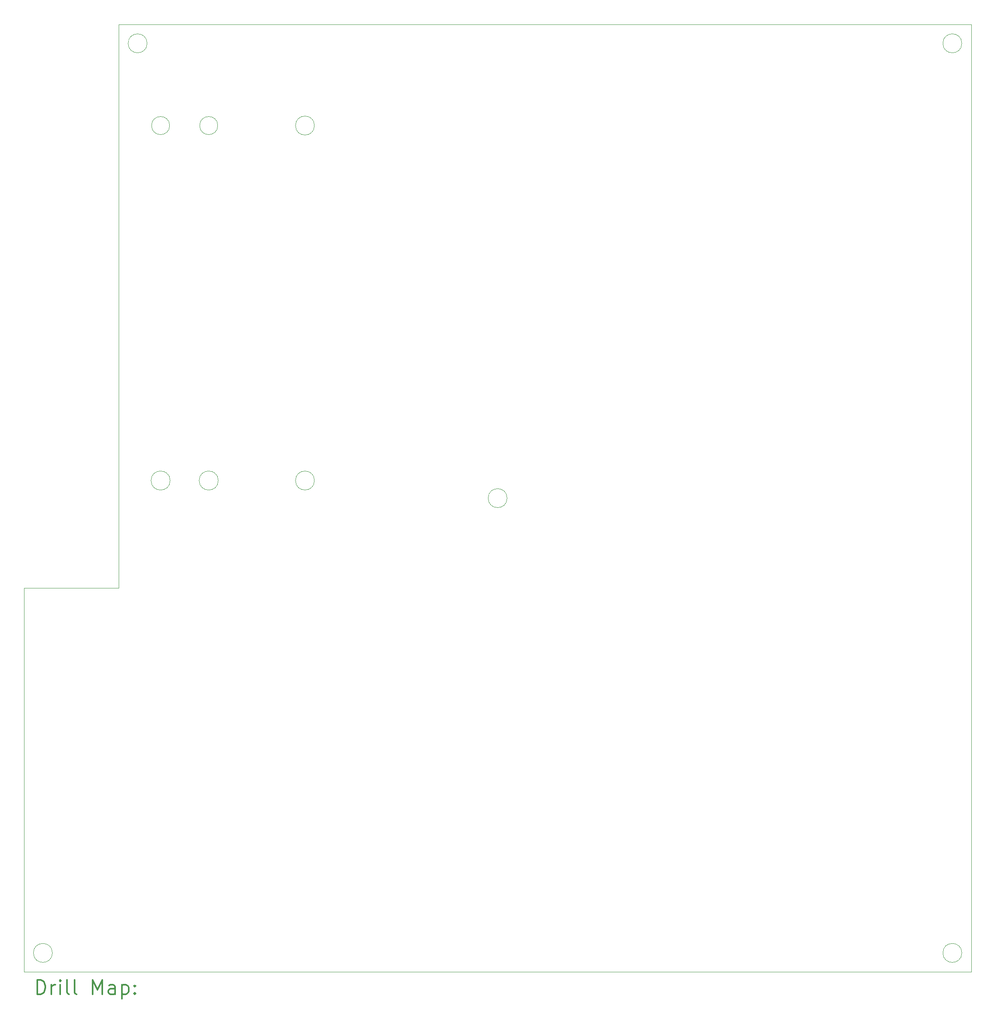
<source format=gbr>
%FSLAX45Y45*%
G04 Gerber Fmt 4.5, Leading zero omitted, Abs format (unit mm)*
G04 Created by KiCad (PCBNEW (5.1.4)-1) date 2020-02-23 18:58:45*
%MOMM*%
%LPD*%
G04 APERTURE LIST*
%ADD10C,0.100000*%
%ADD11C,0.200000*%
%ADD12C,0.300000*%
G04 APERTURE END LIST*
D10*
X4500000Y-2500000D02*
X22500000Y-2500000D01*
X4500000Y-3200000D02*
X4500000Y-2500000D01*
X2500000Y-14400000D02*
X2500000Y-22500000D01*
X4500000Y-14400000D02*
X2500000Y-14400000D01*
X4500000Y-13000000D02*
X4500000Y-14400000D01*
X4500000Y-3200000D02*
X4500000Y-4200000D01*
X4500000Y-4000000D02*
X4500000Y-13000000D01*
X12700000Y-12500000D02*
G75*
G03X12700000Y-12500000I-200000J0D01*
G01*
X22500000Y-22500000D02*
X6500000Y-22500000D01*
X22500000Y-2500000D02*
X22500000Y-22500000D01*
X22300000Y-2900000D02*
G75*
G03X22300000Y-2900000I-200000J0D01*
G01*
X22300000Y-22100000D02*
G75*
G03X22300000Y-22100000I-200000J0D01*
G01*
X5575300Y-4635500D02*
G75*
G03X5575300Y-4635500I-190500J0D01*
G01*
X6591300Y-4635500D02*
G75*
G03X6591300Y-4635500I-190500J0D01*
G01*
X6601605Y-12128500D02*
G75*
G03X6601605Y-12128500I-200805J0D01*
G01*
X5585605Y-12128500D02*
G75*
G03X5585605Y-12128500I-200805J0D01*
G01*
X8632800Y-12128500D02*
G75*
G03X8632800Y-12128500I-200000J0D01*
G01*
X8632800Y-4635500D02*
G75*
G03X8632800Y-4635500I-200000J0D01*
G01*
X3100000Y-22100000D02*
G75*
G03X3100000Y-22100000I-200000J0D01*
G01*
X2500000Y-22500000D02*
X6500000Y-22500000D01*
X5100000Y-2900000D02*
G75*
G03X5100000Y-2900000I-200000J0D01*
G01*
D11*
D12*
X2781428Y-22970714D02*
X2781428Y-22670714D01*
X2852857Y-22670714D01*
X2895714Y-22685000D01*
X2924286Y-22713571D01*
X2938571Y-22742143D01*
X2952857Y-22799286D01*
X2952857Y-22842143D01*
X2938571Y-22899286D01*
X2924286Y-22927857D01*
X2895714Y-22956429D01*
X2852857Y-22970714D01*
X2781428Y-22970714D01*
X3081428Y-22970714D02*
X3081428Y-22770714D01*
X3081428Y-22827857D02*
X3095714Y-22799286D01*
X3110000Y-22785000D01*
X3138571Y-22770714D01*
X3167143Y-22770714D01*
X3267143Y-22970714D02*
X3267143Y-22770714D01*
X3267143Y-22670714D02*
X3252857Y-22685000D01*
X3267143Y-22699286D01*
X3281428Y-22685000D01*
X3267143Y-22670714D01*
X3267143Y-22699286D01*
X3452857Y-22970714D02*
X3424286Y-22956429D01*
X3410000Y-22927857D01*
X3410000Y-22670714D01*
X3610000Y-22970714D02*
X3581428Y-22956429D01*
X3567143Y-22927857D01*
X3567143Y-22670714D01*
X3952857Y-22970714D02*
X3952857Y-22670714D01*
X4052857Y-22885000D01*
X4152857Y-22670714D01*
X4152857Y-22970714D01*
X4424286Y-22970714D02*
X4424286Y-22813571D01*
X4410000Y-22785000D01*
X4381428Y-22770714D01*
X4324286Y-22770714D01*
X4295714Y-22785000D01*
X4424286Y-22956429D02*
X4395714Y-22970714D01*
X4324286Y-22970714D01*
X4295714Y-22956429D01*
X4281428Y-22927857D01*
X4281428Y-22899286D01*
X4295714Y-22870714D01*
X4324286Y-22856429D01*
X4395714Y-22856429D01*
X4424286Y-22842143D01*
X4567143Y-22770714D02*
X4567143Y-23070714D01*
X4567143Y-22785000D02*
X4595714Y-22770714D01*
X4652857Y-22770714D01*
X4681428Y-22785000D01*
X4695714Y-22799286D01*
X4710000Y-22827857D01*
X4710000Y-22913571D01*
X4695714Y-22942143D01*
X4681428Y-22956429D01*
X4652857Y-22970714D01*
X4595714Y-22970714D01*
X4567143Y-22956429D01*
X4838571Y-22942143D02*
X4852857Y-22956429D01*
X4838571Y-22970714D01*
X4824286Y-22956429D01*
X4838571Y-22942143D01*
X4838571Y-22970714D01*
X4838571Y-22785000D02*
X4852857Y-22799286D01*
X4838571Y-22813571D01*
X4824286Y-22799286D01*
X4838571Y-22785000D01*
X4838571Y-22813571D01*
M02*

</source>
